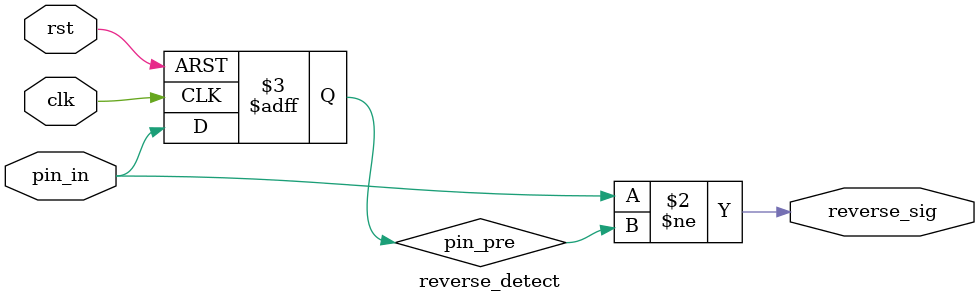
<source format=v>
`timescale 1ns / 1ps

module reverse_detect(
    input clk,            // Clock signal input
    input rst,            // Reset signal input (active-high)
    input pin_in,         // Input signal to detect reversal (change)
    output reverse_sig    // Output signal indicating if a reversal (change) occurred
    );
    
    reg pin_pre;          // Register to store the previous value of pin_in
    
    // Always block triggered on the positive edge of the clock or reset
    always @(posedge clk or posedge rst)
    begin
        if (rst) 
            pin_pre <= 1'b0;  // Reset the previous value of pin_in to 0
        else 
            pin_pre <= pin_in;  // Store the current value of pin_in as pin_pre
    end

    // Assign the output signal reverse_sig based on the change detection
    assign reverse_sig = (pin_in != pin_pre);  // Output high (1) if the current value of pin_in is different from pin_pre
    
endmodule

</source>
